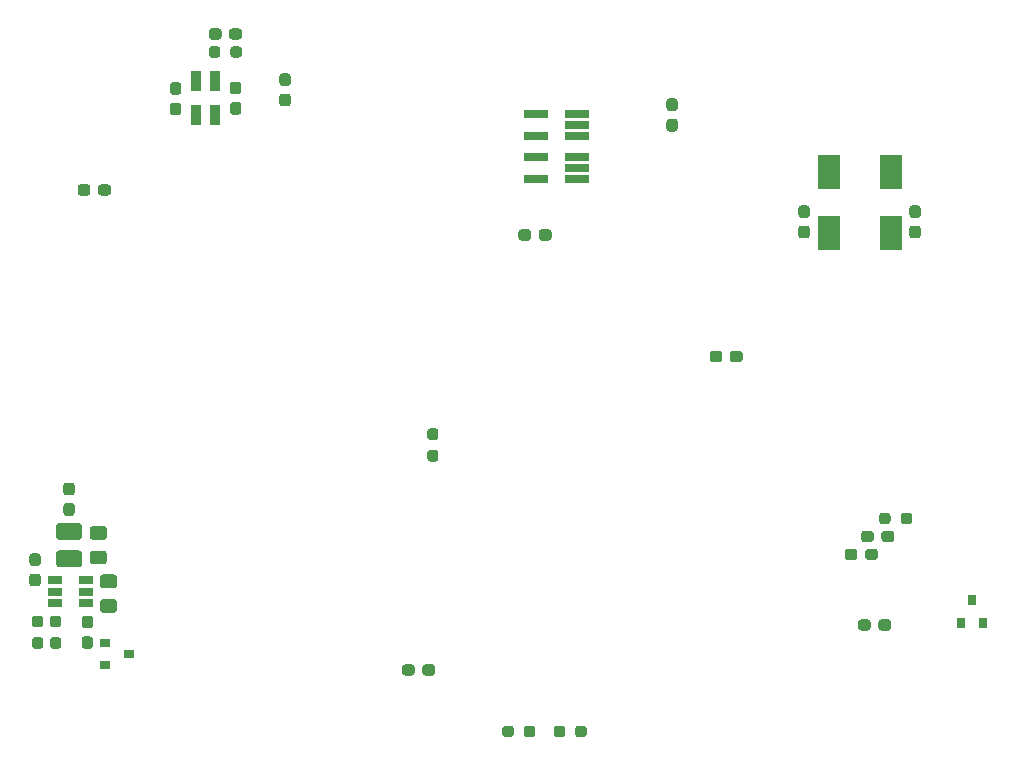
<source format=gbp>
G04 #@! TF.GenerationSoftware,KiCad,Pcbnew,5.1.9*
G04 #@! TF.CreationDate,2021-05-01T23:47:32-07:00*
G04 #@! TF.ProjectId,P80C550-EVN,50383043-3535-4302-9d45-564e2e6b6963,rev?*
G04 #@! TF.SameCoordinates,Original*
G04 #@! TF.FileFunction,Paste,Bot*
G04 #@! TF.FilePolarity,Positive*
%FSLAX46Y46*%
G04 Gerber Fmt 4.6, Leading zero omitted, Abs format (unit mm)*
G04 Created by KiCad (PCBNEW 5.1.9) date 2021-05-01 23:47:32*
%MOMM*%
%LPD*%
G01*
G04 APERTURE LIST*
%ADD10R,0.900000X0.800000*%
%ADD11R,1.220000X0.650000*%
%ADD12R,2.000000X0.650000*%
%ADD13R,0.800000X0.900000*%
%ADD14R,1.980000X3.000000*%
%ADD15R,0.900000X1.750000*%
G04 APERTURE END LIST*
G36*
G01*
X107298500Y-120478500D02*
X106823500Y-120478500D01*
G75*
G02*
X106586000Y-120241000I0J237500D01*
G01*
X106586000Y-119641000D01*
G75*
G02*
X106823500Y-119403500I237500J0D01*
G01*
X107298500Y-119403500D01*
G75*
G02*
X107536000Y-119641000I0J-237500D01*
G01*
X107536000Y-120241000D01*
G75*
G02*
X107298500Y-120478500I-237500J0D01*
G01*
G37*
G36*
G01*
X107298500Y-122203500D02*
X106823500Y-122203500D01*
G75*
G02*
X106586000Y-121966000I0J237500D01*
G01*
X106586000Y-121366000D01*
G75*
G02*
X106823500Y-121128500I237500J0D01*
G01*
X107298500Y-121128500D01*
G75*
G02*
X107536000Y-121366000I0J-237500D01*
G01*
X107536000Y-121966000D01*
G75*
G02*
X107298500Y-122203500I-237500J0D01*
G01*
G37*
D10*
X112109000Y-133893600D03*
X110109000Y-132943600D03*
X110109000Y-134843600D03*
G36*
G01*
X107911000Y-124238600D02*
X106211000Y-124238600D01*
G75*
G02*
X105961000Y-123988600I0J250000D01*
G01*
X105961000Y-123063600D01*
G75*
G02*
X106211000Y-122813600I250000J0D01*
G01*
X107911000Y-122813600D01*
G75*
G02*
X108161000Y-123063600I0J-250000D01*
G01*
X108161000Y-123988600D01*
G75*
G02*
X107911000Y-124238600I-250000J0D01*
G01*
G37*
G36*
G01*
X107911000Y-126563600D02*
X106211000Y-126563600D01*
G75*
G02*
X105961000Y-126313600I0J250000D01*
G01*
X105961000Y-125388600D01*
G75*
G02*
X106211000Y-125138600I250000J0D01*
G01*
X107911000Y-125138600D01*
G75*
G02*
X108161000Y-125388600I0J-250000D01*
G01*
X108161000Y-126313600D01*
G75*
G02*
X107911000Y-126563600I-250000J0D01*
G01*
G37*
G36*
G01*
X108372900Y-132416000D02*
X108847900Y-132416000D01*
G75*
G02*
X109085400Y-132653500I0J-237500D01*
G01*
X109085400Y-133228500D01*
G75*
G02*
X108847900Y-133466000I-237500J0D01*
G01*
X108372900Y-133466000D01*
G75*
G02*
X108135400Y-133228500I0J237500D01*
G01*
X108135400Y-132653500D01*
G75*
G02*
X108372900Y-132416000I237500J0D01*
G01*
G37*
G36*
G01*
X108372900Y-130666000D02*
X108847900Y-130666000D01*
G75*
G02*
X109085400Y-130903500I0J-237500D01*
G01*
X109085400Y-131478500D01*
G75*
G02*
X108847900Y-131716000I-237500J0D01*
G01*
X108372900Y-131716000D01*
G75*
G02*
X108135400Y-131478500I0J237500D01*
G01*
X108135400Y-130903500D01*
G75*
G02*
X108372900Y-130666000I237500J0D01*
G01*
G37*
G36*
G01*
X109062500Y-125142500D02*
X110012500Y-125142500D01*
G75*
G02*
X110262500Y-125392500I0J-250000D01*
G01*
X110262500Y-126067500D01*
G75*
G02*
X110012500Y-126317500I-250000J0D01*
G01*
X109062500Y-126317500D01*
G75*
G02*
X108812500Y-126067500I0J250000D01*
G01*
X108812500Y-125392500D01*
G75*
G02*
X109062500Y-125142500I250000J0D01*
G01*
G37*
G36*
G01*
X109062500Y-123067500D02*
X110012500Y-123067500D01*
G75*
G02*
X110262500Y-123317500I0J-250000D01*
G01*
X110262500Y-123992500D01*
G75*
G02*
X110012500Y-124242500I-250000J0D01*
G01*
X109062500Y-124242500D01*
G75*
G02*
X108812500Y-123992500I0J250000D01*
G01*
X108812500Y-123317500D01*
G75*
G02*
X109062500Y-123067500I250000J0D01*
G01*
G37*
G36*
G01*
X110876100Y-128344600D02*
X109926100Y-128344600D01*
G75*
G02*
X109676100Y-128094600I0J250000D01*
G01*
X109676100Y-127419600D01*
G75*
G02*
X109926100Y-127169600I250000J0D01*
G01*
X110876100Y-127169600D01*
G75*
G02*
X111126100Y-127419600I0J-250000D01*
G01*
X111126100Y-128094600D01*
G75*
G02*
X110876100Y-128344600I-250000J0D01*
G01*
G37*
G36*
G01*
X110876100Y-130419600D02*
X109926100Y-130419600D01*
G75*
G02*
X109676100Y-130169600I0J250000D01*
G01*
X109676100Y-129494600D01*
G75*
G02*
X109926100Y-129244600I250000J0D01*
G01*
X110876100Y-129244600D01*
G75*
G02*
X111126100Y-129494600I0J-250000D01*
G01*
X111126100Y-130169600D01*
G75*
G02*
X110876100Y-130419600I-250000J0D01*
G01*
G37*
G36*
G01*
X103940600Y-127109100D02*
X104415600Y-127109100D01*
G75*
G02*
X104653100Y-127346600I0J-237500D01*
G01*
X104653100Y-127946600D01*
G75*
G02*
X104415600Y-128184100I-237500J0D01*
G01*
X103940600Y-128184100D01*
G75*
G02*
X103703100Y-127946600I0J237500D01*
G01*
X103703100Y-127346600D01*
G75*
G02*
X103940600Y-127109100I237500J0D01*
G01*
G37*
G36*
G01*
X103940600Y-125384100D02*
X104415600Y-125384100D01*
G75*
G02*
X104653100Y-125621600I0J-237500D01*
G01*
X104653100Y-126221600D01*
G75*
G02*
X104415600Y-126459100I-237500J0D01*
G01*
X103940600Y-126459100D01*
G75*
G02*
X103703100Y-126221600I0J237500D01*
G01*
X103703100Y-125621600D01*
G75*
G02*
X103940600Y-125384100I237500J0D01*
G01*
G37*
D11*
X108472600Y-127675600D03*
X108472600Y-128625600D03*
X108472600Y-129575600D03*
X105852600Y-129575600D03*
X105852600Y-128625600D03*
X105852600Y-127675600D03*
G36*
G01*
X106155500Y-131629600D02*
X105680500Y-131629600D01*
G75*
G02*
X105443000Y-131392100I0J237500D01*
G01*
X105443000Y-130892100D01*
G75*
G02*
X105680500Y-130654600I237500J0D01*
G01*
X106155500Y-130654600D01*
G75*
G02*
X106393000Y-130892100I0J-237500D01*
G01*
X106393000Y-131392100D01*
G75*
G02*
X106155500Y-131629600I-237500J0D01*
G01*
G37*
G36*
G01*
X106155500Y-133454600D02*
X105680500Y-133454600D01*
G75*
G02*
X105443000Y-133217100I0J237500D01*
G01*
X105443000Y-132717100D01*
G75*
G02*
X105680500Y-132479600I237500J0D01*
G01*
X106155500Y-132479600D01*
G75*
G02*
X106393000Y-132717100I0J-237500D01*
G01*
X106393000Y-133217100D01*
G75*
G02*
X106155500Y-133454600I-237500J0D01*
G01*
G37*
G36*
G01*
X104156500Y-132481340D02*
X104631500Y-132481340D01*
G75*
G02*
X104869000Y-132718840I0J-237500D01*
G01*
X104869000Y-133218840D01*
G75*
G02*
X104631500Y-133456340I-237500J0D01*
G01*
X104156500Y-133456340D01*
G75*
G02*
X103919000Y-133218840I0J237500D01*
G01*
X103919000Y-132718840D01*
G75*
G02*
X104156500Y-132481340I237500J0D01*
G01*
G37*
G36*
G01*
X104156500Y-130656340D02*
X104631500Y-130656340D01*
G75*
G02*
X104869000Y-130893840I0J-237500D01*
G01*
X104869000Y-131393840D01*
G75*
G02*
X104631500Y-131631340I-237500J0D01*
G01*
X104156500Y-131631340D01*
G75*
G02*
X103919000Y-131393840I0J237500D01*
G01*
X103919000Y-130893840D01*
G75*
G02*
X104156500Y-130656340I237500J0D01*
G01*
G37*
G36*
G01*
X138096000Y-117605000D02*
X137621000Y-117605000D01*
G75*
G02*
X137383500Y-117367500I0J237500D01*
G01*
X137383500Y-116867500D01*
G75*
G02*
X137621000Y-116630000I237500J0D01*
G01*
X138096000Y-116630000D01*
G75*
G02*
X138333500Y-116867500I0J-237500D01*
G01*
X138333500Y-117367500D01*
G75*
G02*
X138096000Y-117605000I-237500J0D01*
G01*
G37*
G36*
G01*
X138096000Y-115780000D02*
X137621000Y-115780000D01*
G75*
G02*
X137383500Y-115542500I0J237500D01*
G01*
X137383500Y-115042500D01*
G75*
G02*
X137621000Y-114805000I237500J0D01*
G01*
X138096000Y-114805000D01*
G75*
G02*
X138333500Y-115042500I0J-237500D01*
G01*
X138333500Y-115542500D01*
G75*
G02*
X138096000Y-115780000I-237500J0D01*
G01*
G37*
G36*
G01*
X146181100Y-98187500D02*
X146181100Y-98662500D01*
G75*
G02*
X145943600Y-98900000I-237500J0D01*
G01*
X145343600Y-98900000D01*
G75*
G02*
X145106100Y-98662500I0J237500D01*
G01*
X145106100Y-98187500D01*
G75*
G02*
X145343600Y-97950000I237500J0D01*
G01*
X145943600Y-97950000D01*
G75*
G02*
X146181100Y-98187500I0J-237500D01*
G01*
G37*
G36*
G01*
X147906100Y-98187500D02*
X147906100Y-98662500D01*
G75*
G02*
X147668600Y-98900000I-237500J0D01*
G01*
X147068600Y-98900000D01*
G75*
G02*
X146831100Y-98662500I0J237500D01*
G01*
X146831100Y-98187500D01*
G75*
G02*
X147068600Y-97950000I237500J0D01*
G01*
X147668600Y-97950000D01*
G75*
G02*
X147906100Y-98187500I0J-237500D01*
G01*
G37*
D12*
X146613300Y-91803100D03*
X146613300Y-93703100D03*
X150033300Y-93703100D03*
X150033300Y-92753100D03*
X150033300Y-91803100D03*
X146630500Y-88140500D03*
X146630500Y-90040500D03*
X150050500Y-90040500D03*
X150050500Y-89090500D03*
X150050500Y-88140500D03*
G36*
G01*
X145562500Y-140699500D02*
X145562500Y-140224500D01*
G75*
G02*
X145800000Y-139987000I237500J0D01*
G01*
X146300000Y-139987000D01*
G75*
G02*
X146537500Y-140224500I0J-237500D01*
G01*
X146537500Y-140699500D01*
G75*
G02*
X146300000Y-140937000I-237500J0D01*
G01*
X145800000Y-140937000D01*
G75*
G02*
X145562500Y-140699500I0J237500D01*
G01*
G37*
G36*
G01*
X143737500Y-140699500D02*
X143737500Y-140224500D01*
G75*
G02*
X143975000Y-139987000I237500J0D01*
G01*
X144475000Y-139987000D01*
G75*
G02*
X144712500Y-140224500I0J-237500D01*
G01*
X144712500Y-140699500D01*
G75*
G02*
X144475000Y-140937000I-237500J0D01*
G01*
X143975000Y-140937000D01*
G75*
G02*
X143737500Y-140699500I0J237500D01*
G01*
G37*
G36*
G01*
X149054000Y-140224500D02*
X149054000Y-140699500D01*
G75*
G02*
X148816500Y-140937000I-237500J0D01*
G01*
X148316500Y-140937000D01*
G75*
G02*
X148079000Y-140699500I0J237500D01*
G01*
X148079000Y-140224500D01*
G75*
G02*
X148316500Y-139987000I237500J0D01*
G01*
X148816500Y-139987000D01*
G75*
G02*
X149054000Y-140224500I0J-237500D01*
G01*
G37*
G36*
G01*
X150879000Y-140224500D02*
X150879000Y-140699500D01*
G75*
G02*
X150641500Y-140937000I-237500J0D01*
G01*
X150141500Y-140937000D01*
G75*
G02*
X149904000Y-140699500I0J237500D01*
G01*
X149904000Y-140224500D01*
G75*
G02*
X150141500Y-139987000I237500J0D01*
G01*
X150641500Y-139987000D01*
G75*
G02*
X150879000Y-140224500I0J-237500D01*
G01*
G37*
D13*
X183515000Y-129302000D03*
X182565000Y-131302000D03*
X184465000Y-131302000D03*
G36*
G01*
X175839000Y-124189500D02*
X175839000Y-123714500D01*
G75*
G02*
X176076500Y-123477000I237500J0D01*
G01*
X176676500Y-123477000D01*
G75*
G02*
X176914000Y-123714500I0J-237500D01*
G01*
X176914000Y-124189500D01*
G75*
G02*
X176676500Y-124427000I-237500J0D01*
G01*
X176076500Y-124427000D01*
G75*
G02*
X175839000Y-124189500I0J237500D01*
G01*
G37*
G36*
G01*
X174114000Y-124189500D02*
X174114000Y-123714500D01*
G75*
G02*
X174351500Y-123477000I237500J0D01*
G01*
X174951500Y-123477000D01*
G75*
G02*
X175189000Y-123714500I0J-237500D01*
G01*
X175189000Y-124189500D01*
G75*
G02*
X174951500Y-124427000I-237500J0D01*
G01*
X174351500Y-124427000D01*
G75*
G02*
X174114000Y-124189500I0J237500D01*
G01*
G37*
G36*
G01*
X176613000Y-122190500D02*
X176613000Y-122665500D01*
G75*
G02*
X176375500Y-122903000I-237500J0D01*
G01*
X175875500Y-122903000D01*
G75*
G02*
X175638000Y-122665500I0J237500D01*
G01*
X175638000Y-122190500D01*
G75*
G02*
X175875500Y-121953000I237500J0D01*
G01*
X176375500Y-121953000D01*
G75*
G02*
X176613000Y-122190500I0J-237500D01*
G01*
G37*
G36*
G01*
X178438000Y-122190500D02*
X178438000Y-122665500D01*
G75*
G02*
X178200500Y-122903000I-237500J0D01*
G01*
X177700500Y-122903000D01*
G75*
G02*
X177463000Y-122665500I0J237500D01*
G01*
X177463000Y-122190500D01*
G75*
G02*
X177700500Y-121953000I237500J0D01*
G01*
X178200500Y-121953000D01*
G75*
G02*
X178438000Y-122190500I0J-237500D01*
G01*
G37*
G36*
G01*
X174481000Y-125713500D02*
X174481000Y-125238500D01*
G75*
G02*
X174718500Y-125001000I237500J0D01*
G01*
X175293500Y-125001000D01*
G75*
G02*
X175531000Y-125238500I0J-237500D01*
G01*
X175531000Y-125713500D01*
G75*
G02*
X175293500Y-125951000I-237500J0D01*
G01*
X174718500Y-125951000D01*
G75*
G02*
X174481000Y-125713500I0J237500D01*
G01*
G37*
G36*
G01*
X172731000Y-125713500D02*
X172731000Y-125238500D01*
G75*
G02*
X172968500Y-125001000I237500J0D01*
G01*
X173543500Y-125001000D01*
G75*
G02*
X173781000Y-125238500I0J-237500D01*
G01*
X173781000Y-125713500D01*
G75*
G02*
X173543500Y-125951000I-237500J0D01*
G01*
X172968500Y-125951000D01*
G75*
G02*
X172731000Y-125713500I0J237500D01*
G01*
G37*
D14*
X171360000Y-98291000D03*
X176620000Y-98291000D03*
X176620000Y-93091000D03*
X171360000Y-93091000D03*
D15*
X117830000Y-85365000D03*
X117830000Y-88265000D03*
X119380000Y-88265000D03*
X119380000Y-85365000D03*
G36*
G01*
X120717500Y-83168500D02*
X120717500Y-82693500D01*
G75*
G02*
X120955000Y-82456000I237500J0D01*
G01*
X121455000Y-82456000D01*
G75*
G02*
X121692500Y-82693500I0J-237500D01*
G01*
X121692500Y-83168500D01*
G75*
G02*
X121455000Y-83406000I-237500J0D01*
G01*
X120955000Y-83406000D01*
G75*
G02*
X120717500Y-83168500I0J237500D01*
G01*
G37*
G36*
G01*
X118892500Y-83168500D02*
X118892500Y-82693500D01*
G75*
G02*
X119130000Y-82456000I237500J0D01*
G01*
X119630000Y-82456000D01*
G75*
G02*
X119867500Y-82693500I0J-237500D01*
G01*
X119867500Y-83168500D01*
G75*
G02*
X119630000Y-83406000I-237500J0D01*
G01*
X119130000Y-83406000D01*
G75*
G02*
X118892500Y-83168500I0J237500D01*
G01*
G37*
G36*
G01*
X120618300Y-81644500D02*
X120618300Y-81169500D01*
G75*
G02*
X120855800Y-80932000I237500J0D01*
G01*
X121455800Y-80932000D01*
G75*
G02*
X121693300Y-81169500I0J-237500D01*
G01*
X121693300Y-81644500D01*
G75*
G02*
X121455800Y-81882000I-237500J0D01*
G01*
X120855800Y-81882000D01*
G75*
G02*
X120618300Y-81644500I0J237500D01*
G01*
G37*
G36*
G01*
X118893300Y-81644500D02*
X118893300Y-81169500D01*
G75*
G02*
X119130800Y-80932000I237500J0D01*
G01*
X119730800Y-80932000D01*
G75*
G02*
X119968300Y-81169500I0J-237500D01*
G01*
X119968300Y-81644500D01*
G75*
G02*
X119730800Y-81882000I-237500J0D01*
G01*
X119130800Y-81882000D01*
G75*
G02*
X118893300Y-81644500I0J237500D01*
G01*
G37*
G36*
G01*
X136327000Y-135017500D02*
X136327000Y-135492500D01*
G75*
G02*
X136089500Y-135730000I-237500J0D01*
G01*
X135489500Y-135730000D01*
G75*
G02*
X135252000Y-135492500I0J237500D01*
G01*
X135252000Y-135017500D01*
G75*
G02*
X135489500Y-134780000I237500J0D01*
G01*
X136089500Y-134780000D01*
G75*
G02*
X136327000Y-135017500I0J-237500D01*
G01*
G37*
G36*
G01*
X138052000Y-135017500D02*
X138052000Y-135492500D01*
G75*
G02*
X137814500Y-135730000I-237500J0D01*
G01*
X137214500Y-135730000D01*
G75*
G02*
X136977000Y-135492500I0J237500D01*
G01*
X136977000Y-135017500D01*
G75*
G02*
X137214500Y-134780000I237500J0D01*
G01*
X137814500Y-134780000D01*
G75*
G02*
X138052000Y-135017500I0J-237500D01*
G01*
G37*
G36*
G01*
X120920500Y-87166500D02*
X121395500Y-87166500D01*
G75*
G02*
X121633000Y-87404000I0J-237500D01*
G01*
X121633000Y-88004000D01*
G75*
G02*
X121395500Y-88241500I-237500J0D01*
G01*
X120920500Y-88241500D01*
G75*
G02*
X120683000Y-88004000I0J237500D01*
G01*
X120683000Y-87404000D01*
G75*
G02*
X120920500Y-87166500I237500J0D01*
G01*
G37*
G36*
G01*
X120920500Y-85441500D02*
X121395500Y-85441500D01*
G75*
G02*
X121633000Y-85679000I0J-237500D01*
G01*
X121633000Y-86279000D01*
G75*
G02*
X121395500Y-86516500I-237500J0D01*
G01*
X120920500Y-86516500D01*
G75*
G02*
X120683000Y-86279000I0J237500D01*
G01*
X120683000Y-85679000D01*
G75*
G02*
X120920500Y-85441500I237500J0D01*
G01*
G37*
G36*
G01*
X115840500Y-87219500D02*
X116315500Y-87219500D01*
G75*
G02*
X116553000Y-87457000I0J-237500D01*
G01*
X116553000Y-88057000D01*
G75*
G02*
X116315500Y-88294500I-237500J0D01*
G01*
X115840500Y-88294500D01*
G75*
G02*
X115603000Y-88057000I0J237500D01*
G01*
X115603000Y-87457000D01*
G75*
G02*
X115840500Y-87219500I237500J0D01*
G01*
G37*
G36*
G01*
X115840500Y-85494500D02*
X116315500Y-85494500D01*
G75*
G02*
X116553000Y-85732000I0J-237500D01*
G01*
X116553000Y-86332000D01*
G75*
G02*
X116315500Y-86569500I-237500J0D01*
G01*
X115840500Y-86569500D01*
G75*
G02*
X115603000Y-86332000I0J237500D01*
G01*
X115603000Y-85732000D01*
G75*
G02*
X115840500Y-85494500I237500J0D01*
G01*
G37*
G36*
G01*
X109518500Y-94852500D02*
X109518500Y-94377500D01*
G75*
G02*
X109756000Y-94140000I237500J0D01*
G01*
X110356000Y-94140000D01*
G75*
G02*
X110593500Y-94377500I0J-237500D01*
G01*
X110593500Y-94852500D01*
G75*
G02*
X110356000Y-95090000I-237500J0D01*
G01*
X109756000Y-95090000D01*
G75*
G02*
X109518500Y-94852500I0J237500D01*
G01*
G37*
G36*
G01*
X107793500Y-94852500D02*
X107793500Y-94377500D01*
G75*
G02*
X108031000Y-94140000I237500J0D01*
G01*
X108631000Y-94140000D01*
G75*
G02*
X108868500Y-94377500I0J-237500D01*
G01*
X108868500Y-94852500D01*
G75*
G02*
X108631000Y-95090000I-237500J0D01*
G01*
X108031000Y-95090000D01*
G75*
G02*
X107793500Y-94852500I0J237500D01*
G01*
G37*
G36*
G01*
X163012000Y-108949500D02*
X163012000Y-108474500D01*
G75*
G02*
X163249500Y-108237000I237500J0D01*
G01*
X163849500Y-108237000D01*
G75*
G02*
X164087000Y-108474500I0J-237500D01*
G01*
X164087000Y-108949500D01*
G75*
G02*
X163849500Y-109187000I-237500J0D01*
G01*
X163249500Y-109187000D01*
G75*
G02*
X163012000Y-108949500I0J237500D01*
G01*
G37*
G36*
G01*
X161287000Y-108949500D02*
X161287000Y-108474500D01*
G75*
G02*
X161524500Y-108237000I237500J0D01*
G01*
X162124500Y-108237000D01*
G75*
G02*
X162362000Y-108474500I0J-237500D01*
G01*
X162362000Y-108949500D01*
G75*
G02*
X162124500Y-109187000I-237500J0D01*
G01*
X161524500Y-109187000D01*
G75*
G02*
X161287000Y-108949500I0J237500D01*
G01*
G37*
G36*
G01*
X175585000Y-131682500D02*
X175585000Y-131207500D01*
G75*
G02*
X175822500Y-130970000I237500J0D01*
G01*
X176422500Y-130970000D01*
G75*
G02*
X176660000Y-131207500I0J-237500D01*
G01*
X176660000Y-131682500D01*
G75*
G02*
X176422500Y-131920000I-237500J0D01*
G01*
X175822500Y-131920000D01*
G75*
G02*
X175585000Y-131682500I0J237500D01*
G01*
G37*
G36*
G01*
X173860000Y-131682500D02*
X173860000Y-131207500D01*
G75*
G02*
X174097500Y-130970000I237500J0D01*
G01*
X174697500Y-130970000D01*
G75*
G02*
X174935000Y-131207500I0J-237500D01*
G01*
X174935000Y-131682500D01*
G75*
G02*
X174697500Y-131920000I-237500J0D01*
G01*
X174097500Y-131920000D01*
G75*
G02*
X173860000Y-131682500I0J237500D01*
G01*
G37*
G36*
G01*
X157877500Y-88590000D02*
X158352500Y-88590000D01*
G75*
G02*
X158590000Y-88827500I0J-237500D01*
G01*
X158590000Y-89427500D01*
G75*
G02*
X158352500Y-89665000I-237500J0D01*
G01*
X157877500Y-89665000D01*
G75*
G02*
X157640000Y-89427500I0J237500D01*
G01*
X157640000Y-88827500D01*
G75*
G02*
X157877500Y-88590000I237500J0D01*
G01*
G37*
G36*
G01*
X157877500Y-86865000D02*
X158352500Y-86865000D01*
G75*
G02*
X158590000Y-87102500I0J-237500D01*
G01*
X158590000Y-87702500D01*
G75*
G02*
X158352500Y-87940000I-237500J0D01*
G01*
X157877500Y-87940000D01*
G75*
G02*
X157640000Y-87702500I0J237500D01*
G01*
X157640000Y-87102500D01*
G75*
G02*
X157877500Y-86865000I237500J0D01*
G01*
G37*
G36*
G01*
X169053500Y-97633500D02*
X169528500Y-97633500D01*
G75*
G02*
X169766000Y-97871000I0J-237500D01*
G01*
X169766000Y-98471000D01*
G75*
G02*
X169528500Y-98708500I-237500J0D01*
G01*
X169053500Y-98708500D01*
G75*
G02*
X168816000Y-98471000I0J237500D01*
G01*
X168816000Y-97871000D01*
G75*
G02*
X169053500Y-97633500I237500J0D01*
G01*
G37*
G36*
G01*
X169053500Y-95908500D02*
X169528500Y-95908500D01*
G75*
G02*
X169766000Y-96146000I0J-237500D01*
G01*
X169766000Y-96746000D01*
G75*
G02*
X169528500Y-96983500I-237500J0D01*
G01*
X169053500Y-96983500D01*
G75*
G02*
X168816000Y-96746000I0J237500D01*
G01*
X168816000Y-96146000D01*
G75*
G02*
X169053500Y-95908500I237500J0D01*
G01*
G37*
G36*
G01*
X178926500Y-96983500D02*
X178451500Y-96983500D01*
G75*
G02*
X178214000Y-96746000I0J237500D01*
G01*
X178214000Y-96146000D01*
G75*
G02*
X178451500Y-95908500I237500J0D01*
G01*
X178926500Y-95908500D01*
G75*
G02*
X179164000Y-96146000I0J-237500D01*
G01*
X179164000Y-96746000D01*
G75*
G02*
X178926500Y-96983500I-237500J0D01*
G01*
G37*
G36*
G01*
X178926500Y-98708500D02*
X178451500Y-98708500D01*
G75*
G02*
X178214000Y-98471000I0J237500D01*
G01*
X178214000Y-97871000D01*
G75*
G02*
X178451500Y-97633500I237500J0D01*
G01*
X178926500Y-97633500D01*
G75*
G02*
X179164000Y-97871000I0J-237500D01*
G01*
X179164000Y-98471000D01*
G75*
G02*
X178926500Y-98708500I-237500J0D01*
G01*
G37*
G36*
G01*
X125111500Y-86457500D02*
X125586500Y-86457500D01*
G75*
G02*
X125824000Y-86695000I0J-237500D01*
G01*
X125824000Y-87295000D01*
G75*
G02*
X125586500Y-87532500I-237500J0D01*
G01*
X125111500Y-87532500D01*
G75*
G02*
X124874000Y-87295000I0J237500D01*
G01*
X124874000Y-86695000D01*
G75*
G02*
X125111500Y-86457500I237500J0D01*
G01*
G37*
G36*
G01*
X125111500Y-84732500D02*
X125586500Y-84732500D01*
G75*
G02*
X125824000Y-84970000I0J-237500D01*
G01*
X125824000Y-85570000D01*
G75*
G02*
X125586500Y-85807500I-237500J0D01*
G01*
X125111500Y-85807500D01*
G75*
G02*
X124874000Y-85570000I0J237500D01*
G01*
X124874000Y-84970000D01*
G75*
G02*
X125111500Y-84732500I237500J0D01*
G01*
G37*
M02*

</source>
